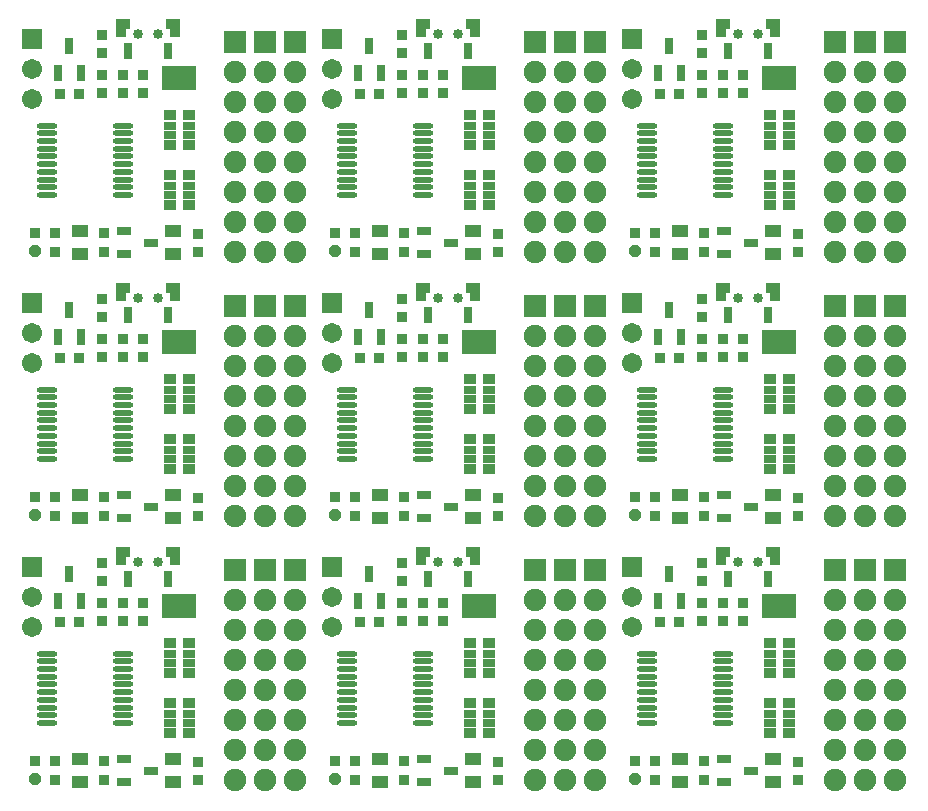
<source format=gts>
G04*
G04 #@! TF.GenerationSoftware,Altium Limited,Altium Designer,20.2.6 (244)*
G04*
G04 Layer_Color=8388736*
%FSLAX24Y24*%
%MOIN*%
G70*
G04*
G04 #@! TF.SameCoordinates,F166DB8F-6D7D-4CC1-83E2-008E4038BE53*
G04*
G04*
G04 #@! TF.FilePolarity,Negative*
G04*
G01*
G75*
%ADD45C,0.0671*%
%ADD46R,0.0671X0.0671*%
%ADD47R,0.0336X0.0592*%
%ADD48R,0.0237X0.0336*%
%ADD49R,0.0316X0.0552*%
%ADD50R,0.0380X0.0380*%
%ADD51R,0.0380X0.0380*%
%ADD52R,0.0277X0.0552*%
%ADD53P,0.0411X8X292.5*%
%ADD54R,0.1182X0.0789*%
%ADD55R,0.0474X0.0257*%
%ADD56R,0.0580X0.0430*%
%ADD57R,0.0434X0.0336*%
%ADD58R,0.0434X0.0277*%
%ADD59O,0.0671X0.0198*%
%ADD60C,0.0336*%
%ADD61C,0.0749*%
%ADD62R,0.0749X0.0749*%
D45*
X750Y6020D02*
D03*
Y7020D02*
D03*
X10750Y6020D02*
D03*
Y7020D02*
D03*
X20750Y6020D02*
D03*
Y7020D02*
D03*
X750Y14820D02*
D03*
Y15820D02*
D03*
X10750Y14820D02*
D03*
Y15820D02*
D03*
X20750Y14820D02*
D03*
Y15820D02*
D03*
X750Y23620D02*
D03*
Y24620D02*
D03*
X10750Y23620D02*
D03*
Y24620D02*
D03*
X20750Y23620D02*
D03*
Y24620D02*
D03*
D46*
X750Y8020D02*
D03*
X10750D02*
D03*
X20750D02*
D03*
X750Y16820D02*
D03*
X10750D02*
D03*
X20750D02*
D03*
X750Y25620D02*
D03*
X10750D02*
D03*
X20750D02*
D03*
D47*
X3695Y8390D02*
D03*
X5525D02*
D03*
X13695D02*
D03*
X15525D02*
D03*
X23695D02*
D03*
X25525D02*
D03*
X3695Y17190D02*
D03*
X5525D02*
D03*
X13695D02*
D03*
X15525D02*
D03*
X23695D02*
D03*
X25525D02*
D03*
X3695Y25990D02*
D03*
X5525D02*
D03*
X13695D02*
D03*
X15525D02*
D03*
X23695D02*
D03*
X25525D02*
D03*
D48*
X3901Y8518D02*
D03*
X5319D02*
D03*
X13901D02*
D03*
X15319D02*
D03*
X23901D02*
D03*
X25319D02*
D03*
X3901Y17318D02*
D03*
X5319D02*
D03*
X13901D02*
D03*
X15319D02*
D03*
X23901D02*
D03*
X25319D02*
D03*
X3901Y26118D02*
D03*
X5319D02*
D03*
X13901D02*
D03*
X15319D02*
D03*
X23901D02*
D03*
X25319D02*
D03*
D49*
X3941Y7622D02*
D03*
X5279D02*
D03*
X13941D02*
D03*
X15279D02*
D03*
X23941D02*
D03*
X25279D02*
D03*
X3941Y16422D02*
D03*
X5279D02*
D03*
X13941D02*
D03*
X15279D02*
D03*
X23941D02*
D03*
X25279D02*
D03*
X3941Y25222D02*
D03*
X5279D02*
D03*
X13941D02*
D03*
X15279D02*
D03*
X23941D02*
D03*
X25279D02*
D03*
D50*
X3080Y8156D02*
D03*
Y7544D02*
D03*
X840Y1556D02*
D03*
X1510Y1536D02*
D03*
Y924D02*
D03*
X3780Y6812D02*
D03*
Y6200D02*
D03*
X4460Y6812D02*
D03*
Y6200D02*
D03*
X3160Y1536D02*
D03*
Y924D02*
D03*
X3080Y6200D02*
D03*
Y6812D02*
D03*
X6280Y1516D02*
D03*
Y904D02*
D03*
X13080Y8156D02*
D03*
Y7544D02*
D03*
X10840Y1556D02*
D03*
X11510Y1536D02*
D03*
Y924D02*
D03*
X13780Y6812D02*
D03*
Y6200D02*
D03*
X14460Y6812D02*
D03*
Y6200D02*
D03*
X13160Y1536D02*
D03*
Y924D02*
D03*
X13080Y6200D02*
D03*
Y6812D02*
D03*
X16280Y1516D02*
D03*
Y904D02*
D03*
X23080Y8156D02*
D03*
Y7544D02*
D03*
X20840Y1556D02*
D03*
X21510Y1536D02*
D03*
Y924D02*
D03*
X23780Y6812D02*
D03*
Y6200D02*
D03*
X24460Y6812D02*
D03*
Y6200D02*
D03*
X23160Y1536D02*
D03*
Y924D02*
D03*
X23080Y6200D02*
D03*
Y6812D02*
D03*
X26280Y1516D02*
D03*
Y904D02*
D03*
X3080Y16956D02*
D03*
Y16344D02*
D03*
X840Y10356D02*
D03*
X1510Y10336D02*
D03*
Y9724D02*
D03*
X3780Y15612D02*
D03*
Y15000D02*
D03*
X4460Y15612D02*
D03*
Y15000D02*
D03*
X3160Y10336D02*
D03*
Y9724D02*
D03*
X3080Y15000D02*
D03*
Y15612D02*
D03*
X6280Y10316D02*
D03*
Y9704D02*
D03*
X13080Y16956D02*
D03*
Y16344D02*
D03*
X10840Y10356D02*
D03*
X11510Y10336D02*
D03*
Y9724D02*
D03*
X13780Y15612D02*
D03*
Y15000D02*
D03*
X14460Y15612D02*
D03*
Y15000D02*
D03*
X13160Y10336D02*
D03*
Y9724D02*
D03*
X13080Y15000D02*
D03*
Y15612D02*
D03*
X16280Y10316D02*
D03*
Y9704D02*
D03*
X23080Y16956D02*
D03*
Y16344D02*
D03*
X20840Y10356D02*
D03*
X21510Y10336D02*
D03*
Y9724D02*
D03*
X23780Y15612D02*
D03*
Y15000D02*
D03*
X24460Y15612D02*
D03*
Y15000D02*
D03*
X23160Y10336D02*
D03*
Y9724D02*
D03*
X23080Y15000D02*
D03*
Y15612D02*
D03*
X26280Y10316D02*
D03*
Y9704D02*
D03*
X3080Y25756D02*
D03*
Y25144D02*
D03*
X840Y19156D02*
D03*
X1510Y19136D02*
D03*
Y18524D02*
D03*
X3780Y24412D02*
D03*
Y23800D02*
D03*
X4460Y24412D02*
D03*
Y23800D02*
D03*
X3160Y19136D02*
D03*
Y18524D02*
D03*
X3080Y23800D02*
D03*
Y24412D02*
D03*
X6280Y19116D02*
D03*
Y18504D02*
D03*
X13080Y25756D02*
D03*
Y25144D02*
D03*
X10840Y19156D02*
D03*
X11510Y19136D02*
D03*
Y18524D02*
D03*
X13780Y24412D02*
D03*
Y23800D02*
D03*
X14460Y24412D02*
D03*
Y23800D02*
D03*
X13160Y19136D02*
D03*
Y18524D02*
D03*
X13080Y23800D02*
D03*
Y24412D02*
D03*
X16280Y19116D02*
D03*
Y18504D02*
D03*
X23080Y25756D02*
D03*
Y25144D02*
D03*
X20840Y19156D02*
D03*
X21510Y19136D02*
D03*
Y18524D02*
D03*
X23780Y24412D02*
D03*
Y23800D02*
D03*
X24460Y24412D02*
D03*
Y23800D02*
D03*
X23160Y19136D02*
D03*
Y18524D02*
D03*
X23080Y23800D02*
D03*
Y24412D02*
D03*
X26280Y19116D02*
D03*
Y18504D02*
D03*
D51*
X2300Y6190D02*
D03*
X1688D02*
D03*
X12300D02*
D03*
X11688D02*
D03*
X22300D02*
D03*
X21688D02*
D03*
X2300Y14990D02*
D03*
X1688D02*
D03*
X12300D02*
D03*
X11688D02*
D03*
X22300D02*
D03*
X21688D02*
D03*
X2300Y23790D02*
D03*
X1688D02*
D03*
X12300D02*
D03*
X11688D02*
D03*
X22300D02*
D03*
X21688D02*
D03*
D52*
X1620Y6870D02*
D03*
X2368D02*
D03*
X1994Y7770D02*
D03*
X11620Y6870D02*
D03*
X12368D02*
D03*
X11994Y7770D02*
D03*
X21620Y6870D02*
D03*
X22368D02*
D03*
X21994Y7770D02*
D03*
X1620Y15670D02*
D03*
X2368D02*
D03*
X1994Y16570D02*
D03*
X11620Y15670D02*
D03*
X12368D02*
D03*
X11994Y16570D02*
D03*
X21620Y15670D02*
D03*
X22368D02*
D03*
X21994Y16570D02*
D03*
X1620Y24470D02*
D03*
X2368D02*
D03*
X1994Y25370D02*
D03*
X11620Y24470D02*
D03*
X12368D02*
D03*
X11994Y25370D02*
D03*
X21620Y24470D02*
D03*
X22368D02*
D03*
X21994Y25370D02*
D03*
D53*
X840Y944D02*
D03*
X10840D02*
D03*
X20840D02*
D03*
X840Y9744D02*
D03*
X10840D02*
D03*
X20840D02*
D03*
X840Y18544D02*
D03*
X10840D02*
D03*
X20840D02*
D03*
D54*
X5640Y6700D02*
D03*
X15640D02*
D03*
X25640D02*
D03*
X5640Y15500D02*
D03*
X15640D02*
D03*
X25640D02*
D03*
X5640Y24300D02*
D03*
X15640D02*
D03*
X25640D02*
D03*
D55*
X4703Y1230D02*
D03*
X3810Y856D02*
D03*
Y1604D02*
D03*
X14703Y1230D02*
D03*
X13810Y856D02*
D03*
Y1604D02*
D03*
X24703Y1230D02*
D03*
X23810Y856D02*
D03*
Y1604D02*
D03*
X4703Y10030D02*
D03*
X3810Y9656D02*
D03*
Y10404D02*
D03*
X14703Y10030D02*
D03*
X13810Y9656D02*
D03*
Y10404D02*
D03*
X24703Y10030D02*
D03*
X23810Y9656D02*
D03*
Y10404D02*
D03*
X4703Y18830D02*
D03*
X3810Y18456D02*
D03*
Y19204D02*
D03*
X14703Y18830D02*
D03*
X13810Y18456D02*
D03*
Y19204D02*
D03*
X24703Y18830D02*
D03*
X23810Y18456D02*
D03*
Y19204D02*
D03*
D56*
X2360Y856D02*
D03*
Y1604D02*
D03*
X5460Y1604D02*
D03*
Y856D02*
D03*
X12360Y856D02*
D03*
Y1604D02*
D03*
X15460Y1604D02*
D03*
Y856D02*
D03*
X22360Y856D02*
D03*
Y1604D02*
D03*
X25460Y1604D02*
D03*
Y856D02*
D03*
X2360Y9656D02*
D03*
Y10404D02*
D03*
X5460Y10404D02*
D03*
Y9656D02*
D03*
X12360Y9656D02*
D03*
Y10404D02*
D03*
X15460Y10404D02*
D03*
Y9656D02*
D03*
X22360Y9656D02*
D03*
Y10404D02*
D03*
X25460Y10404D02*
D03*
Y9656D02*
D03*
X2360Y18456D02*
D03*
Y19204D02*
D03*
X5460Y19204D02*
D03*
Y18456D02*
D03*
X12360Y18456D02*
D03*
Y19204D02*
D03*
X15460Y19204D02*
D03*
Y18456D02*
D03*
X22360Y18456D02*
D03*
Y19204D02*
D03*
X25460Y19204D02*
D03*
Y18456D02*
D03*
D57*
X5965Y5474D02*
D03*
Y4466D02*
D03*
X5335D02*
D03*
Y5474D02*
D03*
X5965Y3474D02*
D03*
Y2466D02*
D03*
X5335D02*
D03*
Y3474D02*
D03*
X15965Y5474D02*
D03*
Y4466D02*
D03*
X15335D02*
D03*
Y5474D02*
D03*
X15965Y3474D02*
D03*
Y2466D02*
D03*
X15335D02*
D03*
Y3474D02*
D03*
X25965Y5474D02*
D03*
Y4466D02*
D03*
X25335D02*
D03*
Y5474D02*
D03*
X25965Y3474D02*
D03*
Y2466D02*
D03*
X25335D02*
D03*
Y3474D02*
D03*
X5965Y14274D02*
D03*
Y13266D02*
D03*
X5335D02*
D03*
Y14274D02*
D03*
X5965Y12274D02*
D03*
Y11266D02*
D03*
X5335D02*
D03*
Y12274D02*
D03*
X15965Y14274D02*
D03*
Y13266D02*
D03*
X15335D02*
D03*
Y14274D02*
D03*
X15965Y12274D02*
D03*
Y11266D02*
D03*
X15335D02*
D03*
Y12274D02*
D03*
X25965Y14274D02*
D03*
Y13266D02*
D03*
X25335D02*
D03*
Y14274D02*
D03*
X25965Y12274D02*
D03*
Y11266D02*
D03*
X25335D02*
D03*
Y12274D02*
D03*
X5965Y23074D02*
D03*
Y22066D02*
D03*
X5335D02*
D03*
Y23074D02*
D03*
X5965Y21074D02*
D03*
Y20066D02*
D03*
X5335D02*
D03*
Y21074D02*
D03*
X15965Y23074D02*
D03*
Y22066D02*
D03*
X15335D02*
D03*
Y23074D02*
D03*
X15965Y21074D02*
D03*
Y20066D02*
D03*
X15335D02*
D03*
Y21074D02*
D03*
X25965Y23074D02*
D03*
Y22066D02*
D03*
X25335D02*
D03*
Y23074D02*
D03*
X25965Y21074D02*
D03*
Y20066D02*
D03*
X25335D02*
D03*
Y21074D02*
D03*
D58*
X5965Y5127D02*
D03*
Y4813D02*
D03*
X5335D02*
D03*
Y5127D02*
D03*
X5965Y3127D02*
D03*
Y2813D02*
D03*
X5335D02*
D03*
Y3127D02*
D03*
X15965Y5127D02*
D03*
Y4813D02*
D03*
X15335D02*
D03*
Y5127D02*
D03*
X15965Y3127D02*
D03*
Y2813D02*
D03*
X15335D02*
D03*
Y3127D02*
D03*
X25965Y5127D02*
D03*
Y4813D02*
D03*
X25335D02*
D03*
Y5127D02*
D03*
X25965Y3127D02*
D03*
Y2813D02*
D03*
X25335D02*
D03*
Y3127D02*
D03*
X5965Y13927D02*
D03*
Y13613D02*
D03*
X5335D02*
D03*
Y13927D02*
D03*
X5965Y11927D02*
D03*
Y11613D02*
D03*
X5335D02*
D03*
Y11927D02*
D03*
X15965Y13927D02*
D03*
Y13613D02*
D03*
X15335D02*
D03*
Y13927D02*
D03*
X15965Y11927D02*
D03*
Y11613D02*
D03*
X15335D02*
D03*
Y11927D02*
D03*
X25965Y13927D02*
D03*
Y13613D02*
D03*
X25335D02*
D03*
Y13927D02*
D03*
X25965Y11927D02*
D03*
Y11613D02*
D03*
X25335D02*
D03*
Y11927D02*
D03*
X5965Y22727D02*
D03*
Y22413D02*
D03*
X5335D02*
D03*
Y22727D02*
D03*
X5965Y20727D02*
D03*
Y20413D02*
D03*
X5335D02*
D03*
Y20727D02*
D03*
X15965Y22727D02*
D03*
Y22413D02*
D03*
X15335D02*
D03*
Y22727D02*
D03*
X15965Y20727D02*
D03*
Y20413D02*
D03*
X15335D02*
D03*
Y20727D02*
D03*
X25965Y22727D02*
D03*
Y22413D02*
D03*
X25335D02*
D03*
Y22727D02*
D03*
X25965Y20727D02*
D03*
Y20413D02*
D03*
X25335D02*
D03*
Y20727D02*
D03*
D59*
X3780Y2818D02*
D03*
Y3074D02*
D03*
Y3330D02*
D03*
Y3586D02*
D03*
Y3842D02*
D03*
Y4098D02*
D03*
Y4354D02*
D03*
Y4610D02*
D03*
Y4866D02*
D03*
Y5122D02*
D03*
X1260Y2818D02*
D03*
Y3074D02*
D03*
Y3330D02*
D03*
Y3586D02*
D03*
Y3842D02*
D03*
Y4098D02*
D03*
Y4354D02*
D03*
Y4610D02*
D03*
Y4866D02*
D03*
Y5122D02*
D03*
X13780Y2818D02*
D03*
Y3074D02*
D03*
Y3330D02*
D03*
Y3586D02*
D03*
Y3842D02*
D03*
Y4098D02*
D03*
Y4354D02*
D03*
Y4610D02*
D03*
Y4866D02*
D03*
Y5122D02*
D03*
X11260Y2818D02*
D03*
Y3074D02*
D03*
Y3330D02*
D03*
Y3586D02*
D03*
Y3842D02*
D03*
Y4098D02*
D03*
Y4354D02*
D03*
Y4610D02*
D03*
Y4866D02*
D03*
Y5122D02*
D03*
X23780Y2818D02*
D03*
Y3074D02*
D03*
Y3330D02*
D03*
Y3586D02*
D03*
Y3842D02*
D03*
Y4098D02*
D03*
Y4354D02*
D03*
Y4610D02*
D03*
Y4866D02*
D03*
Y5122D02*
D03*
X21260Y2818D02*
D03*
Y3074D02*
D03*
Y3330D02*
D03*
Y3586D02*
D03*
Y3842D02*
D03*
Y4098D02*
D03*
Y4354D02*
D03*
Y4610D02*
D03*
Y4866D02*
D03*
Y5122D02*
D03*
X3780Y11618D02*
D03*
Y11874D02*
D03*
Y12130D02*
D03*
Y12386D02*
D03*
Y12642D02*
D03*
Y12898D02*
D03*
Y13154D02*
D03*
Y13410D02*
D03*
Y13666D02*
D03*
Y13922D02*
D03*
X1260Y11618D02*
D03*
Y11874D02*
D03*
Y12130D02*
D03*
Y12386D02*
D03*
Y12642D02*
D03*
Y12898D02*
D03*
Y13154D02*
D03*
Y13410D02*
D03*
Y13666D02*
D03*
Y13922D02*
D03*
X13780Y11618D02*
D03*
Y11874D02*
D03*
Y12130D02*
D03*
Y12386D02*
D03*
Y12642D02*
D03*
Y12898D02*
D03*
Y13154D02*
D03*
Y13410D02*
D03*
Y13666D02*
D03*
Y13922D02*
D03*
X11260Y11618D02*
D03*
Y11874D02*
D03*
Y12130D02*
D03*
Y12386D02*
D03*
Y12642D02*
D03*
Y12898D02*
D03*
Y13154D02*
D03*
Y13410D02*
D03*
Y13666D02*
D03*
Y13922D02*
D03*
X23780Y11618D02*
D03*
Y11874D02*
D03*
Y12130D02*
D03*
Y12386D02*
D03*
Y12642D02*
D03*
Y12898D02*
D03*
Y13154D02*
D03*
Y13410D02*
D03*
Y13666D02*
D03*
Y13922D02*
D03*
X21260Y11618D02*
D03*
Y11874D02*
D03*
Y12130D02*
D03*
Y12386D02*
D03*
Y12642D02*
D03*
Y12898D02*
D03*
Y13154D02*
D03*
Y13410D02*
D03*
Y13666D02*
D03*
Y13922D02*
D03*
X3780Y20418D02*
D03*
Y20674D02*
D03*
Y20930D02*
D03*
Y21186D02*
D03*
Y21442D02*
D03*
Y21698D02*
D03*
Y21954D02*
D03*
Y22210D02*
D03*
Y22466D02*
D03*
Y22722D02*
D03*
X1260Y20418D02*
D03*
Y20674D02*
D03*
Y20930D02*
D03*
Y21186D02*
D03*
Y21442D02*
D03*
Y21698D02*
D03*
Y21954D02*
D03*
Y22210D02*
D03*
Y22466D02*
D03*
Y22722D02*
D03*
X13780Y20418D02*
D03*
Y20674D02*
D03*
Y20930D02*
D03*
Y21186D02*
D03*
Y21442D02*
D03*
Y21698D02*
D03*
Y21954D02*
D03*
Y22210D02*
D03*
Y22466D02*
D03*
Y22722D02*
D03*
X11260Y20418D02*
D03*
Y20674D02*
D03*
Y20930D02*
D03*
Y21186D02*
D03*
Y21442D02*
D03*
Y21698D02*
D03*
Y21954D02*
D03*
Y22210D02*
D03*
Y22466D02*
D03*
Y22722D02*
D03*
X23780Y20418D02*
D03*
Y20674D02*
D03*
Y20930D02*
D03*
Y21186D02*
D03*
Y21442D02*
D03*
Y21698D02*
D03*
Y21954D02*
D03*
Y22210D02*
D03*
Y22466D02*
D03*
Y22722D02*
D03*
X21260Y20418D02*
D03*
Y20674D02*
D03*
Y20930D02*
D03*
Y21186D02*
D03*
Y21442D02*
D03*
Y21698D02*
D03*
Y21954D02*
D03*
Y22210D02*
D03*
Y22466D02*
D03*
Y22722D02*
D03*
D60*
X4275Y8173D02*
D03*
X4945D02*
D03*
X14275D02*
D03*
X14945D02*
D03*
X24275D02*
D03*
X24945D02*
D03*
X4275Y16973D02*
D03*
X4945D02*
D03*
X14275D02*
D03*
X14945D02*
D03*
X24275D02*
D03*
X24945D02*
D03*
X4275Y25773D02*
D03*
X4945D02*
D03*
X14275D02*
D03*
X14945D02*
D03*
X24275D02*
D03*
X24945D02*
D03*
D61*
X7500Y900D02*
D03*
Y1900D02*
D03*
Y6900D02*
D03*
Y5900D02*
D03*
Y4900D02*
D03*
Y3900D02*
D03*
Y2900D02*
D03*
X8500Y900D02*
D03*
Y1900D02*
D03*
Y6900D02*
D03*
Y5900D02*
D03*
Y4900D02*
D03*
Y3900D02*
D03*
Y2900D02*
D03*
X9500Y900D02*
D03*
Y1900D02*
D03*
Y6900D02*
D03*
Y5900D02*
D03*
Y4900D02*
D03*
Y3900D02*
D03*
Y2900D02*
D03*
X17500Y900D02*
D03*
Y1900D02*
D03*
Y6900D02*
D03*
Y5900D02*
D03*
Y4900D02*
D03*
Y3900D02*
D03*
Y2900D02*
D03*
X18500Y900D02*
D03*
Y1900D02*
D03*
Y6900D02*
D03*
Y5900D02*
D03*
Y4900D02*
D03*
Y3900D02*
D03*
Y2900D02*
D03*
X19500Y900D02*
D03*
Y1900D02*
D03*
Y6900D02*
D03*
Y5900D02*
D03*
Y4900D02*
D03*
Y3900D02*
D03*
Y2900D02*
D03*
X27500Y900D02*
D03*
Y1900D02*
D03*
Y6900D02*
D03*
Y5900D02*
D03*
Y4900D02*
D03*
Y3900D02*
D03*
Y2900D02*
D03*
X28500Y900D02*
D03*
Y1900D02*
D03*
Y6900D02*
D03*
Y5900D02*
D03*
Y4900D02*
D03*
Y3900D02*
D03*
Y2900D02*
D03*
X29500Y900D02*
D03*
Y1900D02*
D03*
Y6900D02*
D03*
Y5900D02*
D03*
Y4900D02*
D03*
Y3900D02*
D03*
Y2900D02*
D03*
X7500Y9700D02*
D03*
Y10700D02*
D03*
Y15700D02*
D03*
Y14700D02*
D03*
Y13700D02*
D03*
Y12700D02*
D03*
Y11700D02*
D03*
X8500Y9700D02*
D03*
Y10700D02*
D03*
Y15700D02*
D03*
Y14700D02*
D03*
Y13700D02*
D03*
Y12700D02*
D03*
Y11700D02*
D03*
X9500Y9700D02*
D03*
Y10700D02*
D03*
Y15700D02*
D03*
Y14700D02*
D03*
Y13700D02*
D03*
Y12700D02*
D03*
Y11700D02*
D03*
X17500Y9700D02*
D03*
Y10700D02*
D03*
Y15700D02*
D03*
Y14700D02*
D03*
Y13700D02*
D03*
Y12700D02*
D03*
Y11700D02*
D03*
X18500Y9700D02*
D03*
Y10700D02*
D03*
Y15700D02*
D03*
Y14700D02*
D03*
Y13700D02*
D03*
Y12700D02*
D03*
Y11700D02*
D03*
X19500Y9700D02*
D03*
Y10700D02*
D03*
Y15700D02*
D03*
Y14700D02*
D03*
Y13700D02*
D03*
Y12700D02*
D03*
Y11700D02*
D03*
X27500Y9700D02*
D03*
Y10700D02*
D03*
Y15700D02*
D03*
Y14700D02*
D03*
Y13700D02*
D03*
Y12700D02*
D03*
Y11700D02*
D03*
X28500Y9700D02*
D03*
Y10700D02*
D03*
Y15700D02*
D03*
Y14700D02*
D03*
Y13700D02*
D03*
Y12700D02*
D03*
Y11700D02*
D03*
X29500Y9700D02*
D03*
Y10700D02*
D03*
Y15700D02*
D03*
Y14700D02*
D03*
Y13700D02*
D03*
Y12700D02*
D03*
Y11700D02*
D03*
X7500Y18500D02*
D03*
Y19500D02*
D03*
Y24500D02*
D03*
Y23500D02*
D03*
Y22500D02*
D03*
Y21500D02*
D03*
Y20500D02*
D03*
X8500Y18500D02*
D03*
Y19500D02*
D03*
Y24500D02*
D03*
Y23500D02*
D03*
Y22500D02*
D03*
Y21500D02*
D03*
Y20500D02*
D03*
X9500Y18500D02*
D03*
Y19500D02*
D03*
Y24500D02*
D03*
Y23500D02*
D03*
Y22500D02*
D03*
Y21500D02*
D03*
Y20500D02*
D03*
X17500Y18500D02*
D03*
Y19500D02*
D03*
Y24500D02*
D03*
Y23500D02*
D03*
Y22500D02*
D03*
Y21500D02*
D03*
Y20500D02*
D03*
X18500Y18500D02*
D03*
Y19500D02*
D03*
Y24500D02*
D03*
Y23500D02*
D03*
Y22500D02*
D03*
Y21500D02*
D03*
Y20500D02*
D03*
X19500Y18500D02*
D03*
Y19500D02*
D03*
Y24500D02*
D03*
Y23500D02*
D03*
Y22500D02*
D03*
Y21500D02*
D03*
Y20500D02*
D03*
X27500Y18500D02*
D03*
Y19500D02*
D03*
Y24500D02*
D03*
Y23500D02*
D03*
Y22500D02*
D03*
Y21500D02*
D03*
Y20500D02*
D03*
X28500Y18500D02*
D03*
Y19500D02*
D03*
Y24500D02*
D03*
Y23500D02*
D03*
Y22500D02*
D03*
Y21500D02*
D03*
Y20500D02*
D03*
X29500Y18500D02*
D03*
Y19500D02*
D03*
Y24500D02*
D03*
Y23500D02*
D03*
Y22500D02*
D03*
Y21500D02*
D03*
Y20500D02*
D03*
D62*
X7500Y7900D02*
D03*
X8500D02*
D03*
X9500D02*
D03*
X17500D02*
D03*
X18500D02*
D03*
X19500D02*
D03*
X27500D02*
D03*
X28500D02*
D03*
X29500D02*
D03*
X7500Y16700D02*
D03*
X8500D02*
D03*
X9500D02*
D03*
X17500D02*
D03*
X18500D02*
D03*
X19500D02*
D03*
X27500D02*
D03*
X28500D02*
D03*
X29500D02*
D03*
X7500Y25500D02*
D03*
X8500D02*
D03*
X9500D02*
D03*
X17500D02*
D03*
X18500D02*
D03*
X19500D02*
D03*
X27500D02*
D03*
X28500D02*
D03*
X29500D02*
D03*
M02*

</source>
